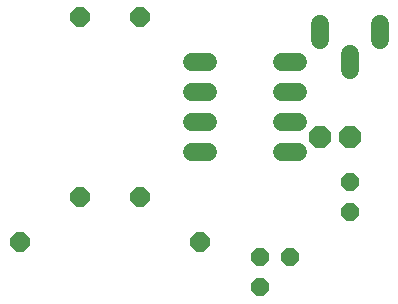
<source format=gbr>
G04 EAGLE Gerber RS-274X export*
G75*
%MOMM*%
%FSLAX34Y34*%
%LPD*%
%INSoldermask Top*%
%IPPOS*%
%AMOC8*
5,1,8,0,0,1.08239X$1,22.5*%
G01*
%ADD10P,1.951982X8X22.500000*%
%ADD11C,1.524000*%
%ADD12P,1.649562X8X112.500000*%
%ADD13P,1.759533X8X112.500000*%
%ADD14P,1.759533X8X202.500000*%
%ADD15P,1.649562X8X202.500000*%


D10*
X292100Y635000D03*
X317500Y635000D03*
D11*
X197104Y698500D02*
X183896Y698500D01*
X183896Y673100D02*
X197104Y673100D01*
X260096Y673100D02*
X273304Y673100D01*
X273304Y698500D02*
X260096Y698500D01*
X197104Y647700D02*
X183896Y647700D01*
X183896Y622300D02*
X197104Y622300D01*
X260096Y647700D02*
X273304Y647700D01*
X273304Y622300D02*
X260096Y622300D01*
D12*
X317500Y571500D03*
X317500Y596900D03*
D13*
X88900Y584200D03*
X88900Y736600D03*
X139700Y584200D03*
X139700Y736600D03*
D14*
X190500Y546100D03*
X38100Y546100D03*
D11*
X342900Y717296D02*
X342900Y730504D01*
X292100Y730504D02*
X292100Y717296D01*
X317500Y705104D02*
X317500Y691896D01*
D15*
X266700Y533400D03*
X241300Y533400D03*
X241300Y508000D03*
M02*

</source>
